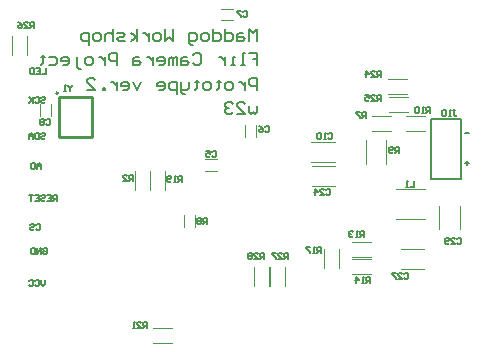
<source format=gbo>
G04 Layer_Color=32896*
%FSLAX25Y25*%
%MOIN*%
G70*
G01*
G75*
%ADD10C,0.00500*%
%ADD11C,0.00800*%
%ADD41C,0.01000*%
%ADD104C,0.00472*%
%ADD105C,0.00787*%
D10*
X12300Y112900D02*
Y114899D01*
X11300D01*
X10967Y114566D01*
Y113900D01*
X11300Y113567D01*
X12300D01*
X11633D02*
X10967Y112900D01*
X8968D02*
X10301D01*
X8968Y114233D01*
Y114566D01*
X9301Y114899D01*
X9967D01*
X10301Y114566D01*
X6968Y114899D02*
X7635Y114566D01*
X8301Y113900D01*
Y113233D01*
X7968Y112900D01*
X7302D01*
X6968Y113233D01*
Y113567D01*
X7302Y113900D01*
X8301D01*
X25000Y93899D02*
Y93566D01*
X24333Y92900D01*
X23667Y93566D01*
Y93899D01*
X24333Y92900D02*
Y91900D01*
X23001D02*
X22334D01*
X22667D01*
Y93899D01*
X23001Y93566D01*
X127800Y88700D02*
Y90699D01*
X126800D01*
X126467Y90366D01*
Y89700D01*
X126800Y89366D01*
X127800D01*
X127134D02*
X126467Y88700D01*
X124468D02*
X125801D01*
X124468Y90033D01*
Y90366D01*
X124801Y90699D01*
X125467D01*
X125801Y90366D01*
X122468Y90699D02*
X123801D01*
Y89700D01*
X123135Y90033D01*
X122802D01*
X122468Y89700D01*
Y89033D01*
X122802Y88700D01*
X123468D01*
X123801Y89033D01*
X127800Y96600D02*
Y98599D01*
X126800D01*
X126467Y98266D01*
Y97600D01*
X126800Y97266D01*
X127800D01*
X127134D02*
X126467Y96600D01*
X124468D02*
X125801D01*
X124468Y97933D01*
Y98266D01*
X124801Y98599D01*
X125467D01*
X125801Y98266D01*
X122802Y96600D02*
Y98599D01*
X123801Y97600D01*
X122468D01*
X50100Y13000D02*
Y14999D01*
X49100D01*
X48767Y14666D01*
Y14000D01*
X49100Y13667D01*
X50100D01*
X49434D02*
X48767Y13000D01*
X46768D02*
X48101D01*
X46768Y14333D01*
Y14666D01*
X47101Y14999D01*
X47767D01*
X48101Y14666D01*
X46101Y13000D02*
X45435D01*
X45768D01*
Y14999D01*
X46101Y14666D01*
X61600Y61600D02*
Y63599D01*
X60600D01*
X60267Y63266D01*
Y62600D01*
X60600Y62266D01*
X61600D01*
X60934D02*
X60267Y61600D01*
X59601D02*
X58934D01*
X59267D01*
Y63599D01*
X59601Y63266D01*
X57934Y61933D02*
X57601Y61600D01*
X56935D01*
X56602Y61933D01*
Y63266D01*
X56935Y63599D01*
X57601D01*
X57934Y63266D01*
Y62933D01*
X57601Y62600D01*
X56602D01*
X108100Y38100D02*
Y40099D01*
X107100D01*
X106767Y39766D01*
Y39100D01*
X107100Y38766D01*
X108100D01*
X107433D02*
X106767Y38100D01*
X106101D02*
X105434D01*
X105767D01*
Y40099D01*
X106101Y39766D01*
X104435Y40099D02*
X103102D01*
Y39766D01*
X104435Y38433D01*
Y38100D01*
X124400Y28100D02*
Y30099D01*
X123400D01*
X123067Y29766D01*
Y29100D01*
X123400Y28766D01*
X124400D01*
X123733D02*
X123067Y28100D01*
X122401D02*
X121734D01*
X122067D01*
Y30099D01*
X122401Y29766D01*
X119735Y28100D02*
Y30099D01*
X120735Y29100D01*
X119402D01*
X122200Y43300D02*
Y45299D01*
X121200D01*
X120867Y44966D01*
Y44300D01*
X121200Y43966D01*
X122200D01*
X121534D02*
X120867Y43300D01*
X120201D02*
X119534D01*
X119867D01*
Y45299D01*
X120201Y44966D01*
X118535D02*
X118201Y45299D01*
X117535D01*
X117202Y44966D01*
Y44633D01*
X117535Y44300D01*
X117868D01*
X117535D01*
X117202Y43966D01*
Y43633D01*
X117535Y43300D01*
X118201D01*
X118535Y43633D01*
X144200Y84709D02*
Y86709D01*
X143200D01*
X142867Y86375D01*
Y85709D01*
X143200Y85376D01*
X144200D01*
X143534D02*
X142867Y84709D01*
X142201D02*
X141534D01*
X141867D01*
Y86709D01*
X142201Y86375D01*
X140534D02*
X140201Y86709D01*
X139535D01*
X139202Y86375D01*
Y85042D01*
X139535Y84709D01*
X140201D01*
X140534Y85042D01*
Y86375D01*
X134000Y71400D02*
Y73399D01*
X133000D01*
X132667Y73066D01*
Y72400D01*
X133000Y72066D01*
X134000D01*
X133334D02*
X132667Y71400D01*
X132001Y71733D02*
X131667Y71400D01*
X131001D01*
X130668Y71733D01*
Y73066D01*
X131001Y73399D01*
X131667D01*
X132001Y73066D01*
Y72733D01*
X131667Y72400D01*
X130668D01*
X70100Y47600D02*
Y49599D01*
X69100D01*
X68767Y49266D01*
Y48600D01*
X69100Y48266D01*
X70100D01*
X69434D02*
X68767Y47600D01*
X68101Y49266D02*
X67767Y49599D01*
X67101D01*
X66768Y49266D01*
Y48933D01*
X67101Y48600D01*
X66768Y48266D01*
Y47933D01*
X67101Y47600D01*
X67767D01*
X68101Y47933D01*
Y48266D01*
X67767Y48600D01*
X68101Y48933D01*
Y49266D01*
X67767Y48600D02*
X67101D01*
X122900Y83200D02*
Y85199D01*
X121900D01*
X121567Y84866D01*
Y84200D01*
X121900Y83866D01*
X122900D01*
X122233D02*
X121567Y83200D01*
X120901Y85199D02*
X119568D01*
Y84866D01*
X120901Y83533D01*
Y83200D01*
X45200Y61900D02*
Y63899D01*
X44200D01*
X43867Y63566D01*
Y62900D01*
X44200Y62566D01*
X45200D01*
X44534D02*
X43867Y61900D01*
X41868D02*
X43201D01*
X41868Y63233D01*
Y63566D01*
X42201Y63899D01*
X42867D01*
X43201Y63566D01*
X152067Y85699D02*
X152734D01*
X152400D01*
Y84033D01*
X152734Y83700D01*
X153067D01*
X153400Y84033D01*
X151401Y83700D02*
X150734D01*
X151067D01*
Y85699D01*
X151401Y85366D01*
X149734D02*
X149401Y85699D01*
X148735D01*
X148402Y85366D01*
Y84033D01*
X148735Y83700D01*
X149401D01*
X149734Y84033D01*
Y85366D01*
X139000Y62131D02*
Y60132D01*
X137667D01*
X137001D02*
X136334D01*
X136667D01*
Y62131D01*
X137001Y61798D01*
X153167Y42566D02*
X153500Y42899D01*
X154167D01*
X154500Y42566D01*
Y41233D01*
X154167Y40900D01*
X153500D01*
X153167Y41233D01*
X151168Y40900D02*
X152501D01*
X151168Y42233D01*
Y42566D01*
X151501Y42899D01*
X152167D01*
X152501Y42566D01*
X150501Y41233D02*
X150168Y40900D01*
X149502D01*
X149168Y41233D01*
Y42566D01*
X149502Y42899D01*
X150168D01*
X150501Y42566D01*
Y42233D01*
X150168Y41900D01*
X149168D01*
X135467Y31066D02*
X135800Y31399D01*
X136467D01*
X136800Y31066D01*
Y29733D01*
X136467Y29400D01*
X135800D01*
X135467Y29733D01*
X133468Y29400D02*
X134801D01*
X133468Y30733D01*
Y31066D01*
X133801Y31399D01*
X134467D01*
X134801Y31066D01*
X132801Y31399D02*
X131468D01*
Y31066D01*
X132801Y29733D01*
Y29400D01*
X109667Y59166D02*
X110000Y59499D01*
X110667D01*
X111000Y59166D01*
Y57833D01*
X110667Y57500D01*
X110000D01*
X109667Y57833D01*
X107668Y57500D02*
X109001D01*
X107668Y58833D01*
Y59166D01*
X108001Y59499D01*
X108667D01*
X109001Y59166D01*
X106002Y57500D02*
Y59499D01*
X107001Y58500D01*
X105668D01*
X110367Y77866D02*
X110700Y78199D01*
X111367D01*
X111700Y77866D01*
Y76533D01*
X111367Y76200D01*
X110700D01*
X110367Y76533D01*
X109701Y76200D02*
X109034D01*
X109367D01*
Y78199D01*
X109701Y77866D01*
X108035D02*
X107701Y78199D01*
X107035D01*
X106702Y77866D01*
Y76533D01*
X107035Y76200D01*
X107701D01*
X108035Y76533D01*
Y77866D01*
X16367Y82266D02*
X16700Y82599D01*
X17367D01*
X17700Y82266D01*
Y80933D01*
X17367Y80600D01*
X16700D01*
X16367Y80933D01*
X15701Y82266D02*
X15367Y82599D01*
X14701D01*
X14368Y82266D01*
Y81933D01*
X14701Y81600D01*
X14368Y81266D01*
Y80933D01*
X14701Y80600D01*
X15367D01*
X15701Y80933D01*
Y81266D01*
X15367Y81600D01*
X15701Y81933D01*
Y82266D01*
X15367Y81600D02*
X14701D01*
X82067Y118266D02*
X82400Y118599D01*
X83067D01*
X83400Y118266D01*
Y116933D01*
X83067Y116600D01*
X82400D01*
X82067Y116933D01*
X81401Y118599D02*
X80068D01*
Y118266D01*
X81401Y116933D01*
Y116600D01*
X89167Y79966D02*
X89500Y80299D01*
X90167D01*
X90500Y79966D01*
Y78633D01*
X90167Y78300D01*
X89500D01*
X89167Y78633D01*
X87168Y80299D02*
X87834Y79966D01*
X88501Y79300D01*
Y78633D01*
X88167Y78300D01*
X87501D01*
X87168Y78633D01*
Y78966D01*
X87501Y79300D01*
X88501D01*
X71467Y71766D02*
X71800Y72099D01*
X72467D01*
X72800Y71766D01*
Y70433D01*
X72467Y70100D01*
X71800D01*
X71467Y70433D01*
X69468Y72099D02*
X70801D01*
Y71100D01*
X70134Y71433D01*
X69801D01*
X69468Y71100D01*
Y70433D01*
X69801Y70100D01*
X70467D01*
X70801Y70433D01*
X96900Y36200D02*
Y38199D01*
X95900D01*
X95567Y37866D01*
Y37200D01*
X95900Y36866D01*
X96900D01*
X96234D02*
X95567Y36200D01*
X93568D02*
X94901D01*
X93568Y37533D01*
Y37866D01*
X93901Y38199D01*
X94567D01*
X94901Y37866D01*
X92901Y38199D02*
X91568D01*
Y37866D01*
X92901Y36533D01*
Y36200D01*
X89100Y36000D02*
Y37999D01*
X88100D01*
X87767Y37666D01*
Y37000D01*
X88100Y36666D01*
X89100D01*
X88434D02*
X87767Y36000D01*
X85768D02*
X87101D01*
X85768Y37333D01*
Y37666D01*
X86101Y37999D01*
X86767D01*
X87101Y37666D01*
X85101D02*
X84768Y37999D01*
X84102D01*
X83768Y37666D01*
Y37333D01*
X84102Y37000D01*
X83768Y36666D01*
Y36333D01*
X84102Y36000D01*
X84768D01*
X85101Y36333D01*
Y36666D01*
X84768Y37000D01*
X85101Y37333D01*
Y37666D01*
X84768Y37000D02*
X84102D01*
X156000Y78100D02*
X157333D01*
X156000Y68100D02*
X157333D01*
X156667Y68766D02*
Y67433D01*
X14667Y77866D02*
X15000Y78199D01*
X15667D01*
X16000Y77866D01*
Y77533D01*
X15667Y77200D01*
X15000D01*
X14667Y76866D01*
Y76533D01*
X15000Y76200D01*
X15667D01*
X16000Y76533D01*
X14001Y78199D02*
Y76200D01*
X13001D01*
X12668Y76533D01*
Y77866D01*
X13001Y78199D01*
X14001D01*
X12001Y76200D02*
Y77533D01*
X11335Y78199D01*
X10668Y77533D01*
Y76200D01*
Y77200D01*
X12001D01*
X14600Y66200D02*
Y67533D01*
X13934Y68199D01*
X13267Y67533D01*
Y66200D01*
Y67200D01*
X14600D01*
X12601Y67866D02*
X12267Y68199D01*
X11601D01*
X11268Y67866D01*
Y66533D01*
X11601Y66200D01*
X12267D01*
X12601Y66533D01*
Y67866D01*
X16300Y99599D02*
Y97600D01*
X14967D01*
X12968Y99599D02*
X14301D01*
Y97600D01*
X12968D01*
X14301Y98600D02*
X13634D01*
X12301Y99599D02*
Y97600D01*
X11302D01*
X10968Y97933D01*
Y99266D01*
X11302Y99599D01*
X12301D01*
X14567Y89666D02*
X14900Y89999D01*
X15567D01*
X15900Y89666D01*
Y89333D01*
X15567Y89000D01*
X14900D01*
X14567Y88666D01*
Y88333D01*
X14900Y88000D01*
X15567D01*
X15900Y88333D01*
X12568Y89666D02*
X12901Y89999D01*
X13567D01*
X13901Y89666D01*
Y88333D01*
X13567Y88000D01*
X12901D01*
X12568Y88333D01*
X11901Y89999D02*
Y88000D01*
Y88666D01*
X10568Y89999D01*
X11568Y89000D01*
X10568Y88000D01*
X12967Y47366D02*
X13300Y47699D01*
X13967D01*
X14300Y47366D01*
Y46033D01*
X13967Y45700D01*
X13300D01*
X12967Y46033D01*
X10968Y47366D02*
X11301Y47699D01*
X11967D01*
X12301Y47366D01*
Y47033D01*
X11967Y46700D01*
X11301D01*
X10968Y46366D01*
Y46033D01*
X11301Y45700D01*
X11967D01*
X12301Y46033D01*
X15167Y39266D02*
X15500Y39599D01*
X16167D01*
X16500Y39266D01*
Y37933D01*
X16167Y37600D01*
X15500D01*
X15167Y37933D01*
Y38600D01*
X15834D01*
X14501Y37600D02*
Y39599D01*
X13168Y37600D01*
Y39599D01*
X12501D02*
Y37600D01*
X11502D01*
X11168Y37933D01*
Y39266D01*
X11502Y39599D01*
X12501D01*
X20000Y55500D02*
Y57499D01*
X19000D01*
X18667Y57166D01*
Y56500D01*
X19000Y56166D01*
X20000D01*
X19333D02*
X18667Y55500D01*
X16668Y57499D02*
X18001D01*
Y55500D01*
X16668D01*
X18001Y56500D02*
X17334D01*
X14668Y57166D02*
X15002Y57499D01*
X15668D01*
X16001Y57166D01*
Y56833D01*
X15668Y56500D01*
X15002D01*
X14668Y56166D01*
Y55833D01*
X15002Y55500D01*
X15668D01*
X16001Y55833D01*
X12669Y57499D02*
X14002D01*
Y55500D01*
X12669D01*
X14002Y56500D02*
X13336D01*
X12003Y57499D02*
X10670D01*
X11336D01*
Y55500D01*
X16100Y28999D02*
Y27666D01*
X15434Y27000D01*
X14767Y27666D01*
Y28999D01*
X12768Y28666D02*
X13101Y28999D01*
X13767D01*
X14101Y28666D01*
Y27333D01*
X13767Y27000D01*
X13101D01*
X12768Y27333D01*
X10768Y28666D02*
X11102Y28999D01*
X11768D01*
X12101Y28666D01*
Y27333D01*
X11768Y27000D01*
X11102D01*
X10768Y27333D01*
D11*
X86700Y108654D02*
Y112653D01*
X85367Y111320D01*
X84034Y112653D01*
Y108654D01*
X82035Y111320D02*
X80702D01*
X80036Y110653D01*
Y108654D01*
X82035D01*
X82701Y109320D01*
X82035Y109987D01*
X80036D01*
X76037Y112653D02*
Y108654D01*
X78036D01*
X78703Y109320D01*
Y110653D01*
X78036Y111320D01*
X76037D01*
X72038Y112653D02*
Y108654D01*
X74037D01*
X74704Y109320D01*
Y110653D01*
X74037Y111320D01*
X72038D01*
X70039Y108654D02*
X68706D01*
X68039Y109320D01*
Y110653D01*
X68706Y111320D01*
X70039D01*
X70705Y110653D01*
Y109320D01*
X70039Y108654D01*
X65374Y107321D02*
X64707D01*
X64041Y107988D01*
Y111320D01*
X66040D01*
X66706Y110653D01*
Y109320D01*
X66040Y108654D01*
X64041D01*
X58709Y112653D02*
Y108654D01*
X57376Y109987D01*
X56043Y108654D01*
Y112653D01*
X54044Y108654D02*
X52711D01*
X52044Y109320D01*
Y110653D01*
X52711Y111320D01*
X54044D01*
X54710Y110653D01*
Y109320D01*
X54044Y108654D01*
X50712Y111320D02*
Y108654D01*
Y109987D01*
X50045Y110653D01*
X49379Y111320D01*
X48712D01*
X46713Y108654D02*
Y112653D01*
Y109987D02*
X44714Y111320D01*
X46713Y109987D02*
X44714Y108654D01*
X42714D02*
X40715D01*
X40048Y109320D01*
X40715Y109987D01*
X42048D01*
X42714Y110653D01*
X42048Y111320D01*
X40048D01*
X38715Y112653D02*
Y108654D01*
Y110653D01*
X38049Y111320D01*
X36716D01*
X36050Y110653D01*
Y108654D01*
X34050D02*
X32717D01*
X32051Y109320D01*
Y110653D01*
X32717Y111320D01*
X34050D01*
X34717Y110653D01*
Y109320D01*
X34050Y108654D01*
X30718Y107321D02*
Y111320D01*
X28719D01*
X28052Y110653D01*
Y109320D01*
X28719Y108654D01*
X30718D01*
X84034Y104601D02*
X86700D01*
Y102602D01*
X85367D01*
X86700D01*
Y100603D01*
X82701D02*
X81368D01*
X82035D01*
Y104601D01*
X82701D01*
X79369Y100603D02*
X78036D01*
X78703D01*
Y103269D01*
X79369D01*
X76037D02*
Y100603D01*
Y101936D01*
X75370Y102602D01*
X74704Y103269D01*
X74037D01*
X65374Y103935D02*
X66040Y104601D01*
X67373D01*
X68039Y103935D01*
Y101269D01*
X67373Y100603D01*
X66040D01*
X65374Y101269D01*
X63374Y103269D02*
X62041D01*
X61375Y102602D01*
Y100603D01*
X63374D01*
X64041Y101269D01*
X63374Y101936D01*
X61375D01*
X60042Y100603D02*
Y103269D01*
X59376D01*
X58709Y102602D01*
Y100603D01*
Y102602D01*
X58043Y103269D01*
X57376Y102602D01*
Y100603D01*
X54044D02*
X55377D01*
X56043Y101269D01*
Y102602D01*
X55377Y103269D01*
X54044D01*
X53377Y102602D01*
Y101936D01*
X56043D01*
X52044Y103269D02*
Y100603D01*
Y101936D01*
X51378Y102602D01*
X50712Y103269D01*
X50045D01*
X47379D02*
X46046D01*
X45380Y102602D01*
Y100603D01*
X47379D01*
X48046Y101269D01*
X47379Y101936D01*
X45380D01*
X40048Y100603D02*
Y104601D01*
X38049D01*
X37383Y103935D01*
Y102602D01*
X38049Y101936D01*
X40048D01*
X36050Y103269D02*
Y100603D01*
Y101936D01*
X35383Y102602D01*
X34717Y103269D01*
X34050D01*
X31385Y100603D02*
X30052D01*
X29385Y101269D01*
Y102602D01*
X30052Y103269D01*
X31385D01*
X32051Y102602D01*
Y101269D01*
X31385Y100603D01*
X28052Y99270D02*
X27386D01*
X26719Y99936D01*
Y103269D01*
X22054Y100603D02*
X23387D01*
X24054Y101269D01*
Y102602D01*
X23387Y103269D01*
X22054D01*
X21388Y102602D01*
Y101936D01*
X24054D01*
X17389Y103269D02*
X19388D01*
X20055Y102602D01*
Y101269D01*
X19388Y100603D01*
X17389D01*
X15390Y103935D02*
Y103269D01*
X16056D01*
X14723D01*
X15390D01*
Y101269D01*
X14723Y100603D01*
X86700Y92551D02*
Y96550D01*
X84701D01*
X84034Y95884D01*
Y94551D01*
X84701Y93884D01*
X86700D01*
X82701Y95217D02*
Y92551D01*
Y93884D01*
X82035Y94551D01*
X81368Y95217D01*
X80702D01*
X78036Y92551D02*
X76703D01*
X76037Y93218D01*
Y94551D01*
X76703Y95217D01*
X78036D01*
X78703Y94551D01*
Y93218D01*
X78036Y92551D01*
X74037Y95884D02*
Y95217D01*
X74704D01*
X73371D01*
X74037D01*
Y93218D01*
X73371Y92551D01*
X70705D02*
X69372D01*
X68706Y93218D01*
Y94551D01*
X69372Y95217D01*
X70705D01*
X71372Y94551D01*
Y93218D01*
X70705Y92551D01*
X66706Y95884D02*
Y95217D01*
X67373D01*
X66040D01*
X66706D01*
Y93218D01*
X66040Y92551D01*
X64041Y95217D02*
Y93218D01*
X63374Y92551D01*
X61375D01*
Y91885D01*
X62041Y91218D01*
X62708D01*
X61375Y92551D02*
Y95217D01*
X60042Y91218D02*
Y95217D01*
X58043D01*
X57376Y94551D01*
Y93218D01*
X58043Y92551D01*
X60042D01*
X54044D02*
X55377D01*
X56043Y93218D01*
Y94551D01*
X55377Y95217D01*
X54044D01*
X53377Y94551D01*
Y93884D01*
X56043D01*
X48046Y95217D02*
X46713Y92551D01*
X45380Y95217D01*
X42048Y92551D02*
X43381D01*
X44047Y93218D01*
Y94551D01*
X43381Y95217D01*
X42048D01*
X41381Y94551D01*
Y93884D01*
X44047D01*
X40048Y95217D02*
Y92551D01*
Y93884D01*
X39382Y94551D01*
X38715Y95217D01*
X38049D01*
X36050Y92551D02*
Y93218D01*
X35383D01*
Y92551D01*
X36050D01*
X30052D02*
X32717D01*
X30052Y95217D01*
Y95884D01*
X30718Y96550D01*
X32051D01*
X32717Y95884D01*
X86700Y87166D02*
Y85166D01*
X86034Y84500D01*
X85367Y85166D01*
X84701Y84500D01*
X84034Y85166D01*
Y87166D01*
X80036Y84500D02*
X82701D01*
X80036Y87166D01*
Y87832D01*
X80702Y88499D01*
X82035D01*
X82701Y87832D01*
X78703D02*
X78036Y88499D01*
X76703D01*
X76037Y87832D01*
Y87166D01*
X76703Y86499D01*
X77370D01*
X76703D01*
X76037Y85833D01*
Y85166D01*
X76703Y84500D01*
X78036D01*
X78703Y85166D01*
D41*
X20316Y91342D02*
G03*
X20316Y91342I-278J0D01*
G01*
X20727Y76873D02*
X31455D01*
X20727Y90161D02*
X31455D01*
X20727Y76873D02*
Y90161D01*
X31455Y76873D02*
Y90161D01*
D104*
X85500Y26950D02*
Y33250D01*
X90500Y26950D02*
Y33250D01*
X96000Y26950D02*
Y33250D01*
X91000Y26950D02*
Y33250D01*
X129686Y67863D02*
Y75737D01*
X122914Y67863D02*
Y75737D01*
X154186Y45963D02*
Y53837D01*
X147414Y45963D02*
Y53837D01*
X134463Y39386D02*
X142337D01*
X134463Y32614D02*
X142337D01*
X104863Y67186D02*
X112737D01*
X104863Y60414D02*
X112737D01*
X104763Y75086D02*
X112637D01*
X104763Y68314D02*
X112637D01*
X69332Y65510D02*
X73269D01*
X69332Y69290D02*
X73269D01*
X82610Y76832D02*
Y80769D01*
X86390Y76832D02*
Y80769D01*
X74532Y119490D02*
X78469D01*
X74532Y115710D02*
X78469D01*
X14210Y83832D02*
Y87769D01*
X17990Y83832D02*
Y87769D01*
X132879Y59453D02*
X142721D01*
X132879Y49296D02*
X142721D01*
X51000Y58950D02*
Y65250D01*
X46000Y58950D02*
Y65250D01*
X124850Y83600D02*
X131150D01*
X124850Y78600D02*
X131150D01*
X62110Y46632D02*
Y50568D01*
X65890Y46632D02*
Y50568D01*
X136350Y83600D02*
X142650D01*
X136350Y78600D02*
X142650D01*
X118350Y41600D02*
X124650D01*
X118350Y36600D02*
X124650D01*
X118350Y36100D02*
X124650D01*
X118350Y31100D02*
X124650D01*
X109100Y33150D02*
Y39450D01*
X114100Y33150D02*
Y39450D01*
X56000Y58950D02*
Y65250D01*
X51000Y58950D02*
Y65250D01*
X130350Y96100D02*
X136650D01*
X130350Y91100D02*
X136650D01*
X130539Y90037D02*
X136839D01*
X130539Y85037D02*
X136839D01*
X10000Y103950D02*
Y110250D01*
X5000Y103950D02*
Y110250D01*
X51850Y8100D02*
X58150D01*
X51850Y13100D02*
X58150D01*
D105*
X144500Y62600D02*
Y82600D01*
Y62600D02*
X154500D01*
X144500Y82600D02*
X154500D01*
Y62600D02*
Y82600D01*
M02*

</source>
